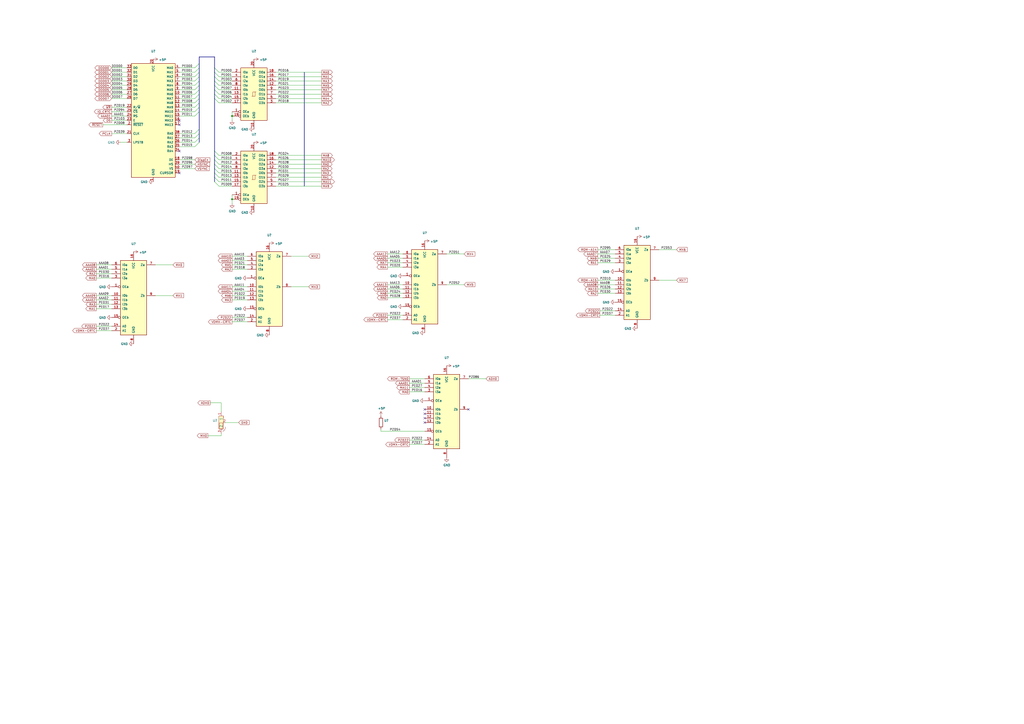
<source format=kicad_sch>
(kicad_sch (version 20220820) (generator eeschema)
  (paper "A2")
  (title_block (title "05 CRTC"))
  (lib_symbols
    (symbol "74xx:74LS244" (pin_names (offset 1.016))
      (property "Reference" "U" (at -7.62 16.51 0))
      (property "Value" "74LS244" (at -7.62 -16.51 0))
      (symbol "74LS244_1_0"
        (polyline (pts (xy -0.635 -1.27) (xy -0.635 1.27) (xy 0.635 1.27)))
        (polyline (pts (xy -1.27 -1.27) (xy 0.635 -1.27) (xy 0.635 1.27) (xy 1.27 1.27)))
        (pin input inverted (at -12.7 -10.16 0) (length 5.08) (name "OEa") (number "1"))
        (pin power_in line (at 0 -20.32 90) (length 5.08) (name "GND") (number "10"))
        (pin input line (at -12.7 2.54 0) (length 5.08) (name "I0b") (number "11"))
        (pin tri_state line (at 12.7 5.08 180) (length 5.08) (name "O3a") (number "12"))
        (pin input line (at -12.7 0 0) (length 5.08) (name "I1b") (number "13"))
        (pin tri_state line (at 12.7 7.62 180) (length 5.08) (name "O2a") (number "14"))
        (pin input line (at -12.7 -2.54 0) (length 5.08) (name "I2b") (number "15"))
        (pin tri_state line (at 12.7 10.16 180) (length 5.08) (name "O1a") (number "16"))
        (pin input line (at -12.7 -5.08 0) (length 5.08) (name "I3b") (number "17"))
        (pin tri_state line (at 12.7 12.7 180) (length 5.08) (name "O0a") (number "18"))
        (pin input inverted (at -12.7 -12.7 0) (length 5.08) (name "OEb") (number "19"))
        (pin input line (at -12.7 12.7 0) (length 5.08) (name "I0a") (number "2"))
        (pin power_in line (at 0 20.32 270) (length 5.08) (name "VCC") (number "20"))
        (pin tri_state line (at 12.7 -5.08 180) (length 5.08) (name "O3b") (number "3"))
        (pin input line (at -12.7 10.16 0) (length 5.08) (name "I1a") (number "4"))
        (pin tri_state line (at 12.7 -2.54 180) (length 5.08) (name "O2b") (number "5"))
        (pin input line (at -12.7 7.62 0) (length 5.08) (name "I2a") (number "6"))
        (pin tri_state line (at 12.7 0 180) (length 5.08) (name "O1b") (number "7"))
        (pin input line (at -12.7 5.08 0) (length 5.08) (name "I3a") (number "8"))
        (pin tri_state line (at 12.7 2.54 180) (length 5.08) (name "O0b") (number "9"))
      )
      (symbol "74LS244_1_1"
        (rectangle (start -7.62 15.24) (end 7.62 -15.24) (stroke (width 0.254)) (fill (type background)))
      )
    )
    (symbol "74xx:74LS253" (pin_names (offset 1.016))
      (property "Reference" "U" (at -7.62 21.59 0))
      (property "Value" "74LS253" (at -7.62 -24.13 0))
      (symbol "74LS253_1_0"
        (pin input inverted (at -12.7 5.08 0) (length 5.08) (name "OEa") (number "1"))
        (pin input line (at -12.7 0 0) (length 5.08) (name "I0b") (number "10"))
        (pin input line (at -12.7 -2.54 0) (length 5.08) (name "I1b") (number "11"))
        (pin input line (at -12.7 -5.08 0) (length 5.08) (name "I2b") (number "12"))
        (pin input line (at -12.7 -7.62 0) (length 5.08) (name "I3b") (number "13"))
        (pin input line (at -12.7 -17.78 0) (length 5.08) (name "A0") (number "14"))
        (pin input inverted (at -12.7 -12.7 0) (length 5.08) (name "OEb") (number "15"))
        (pin power_in line (at 0 25.4 270) (length 5.08) (name "VCC") (number "16"))
        (pin input line (at -12.7 -20.32 0) (length 5.08) (name "A1") (number "2"))
        (pin input line (at -12.7 10.16 0) (length 5.08) (name "I3a") (number "3"))
        (pin input line (at -12.7 12.7 0) (length 5.08) (name "I2a") (number "4"))
        (pin input line (at -12.7 15.24 0) (length 5.08) (name "I1a") (number "5"))
        (pin input line (at -12.7 17.78 0) (length 5.08) (name "I0a") (number "6"))
        (pin tri_state line (at 12.7 17.78 180) (length 5.08) (name "Za") (number "7"))
        (pin power_in line (at 0 -27.94 90) (length 5.08) (name "GND") (number "8"))
        (pin tri_state line (at 12.7 0 180) (length 5.08) (name "Zb") (number "9"))
      )
      (symbol "74LS253_1_1"
        (rectangle (start -7.62 20.32) (end 7.62 -22.86) (stroke (width 0.254)) (fill (type background)))
      )
    )
    (symbol "Device:R" (pin_numbers hide) (pin_names (offset 0))
      (property "Reference" "R" (at 2.032 0 90))
      (property "Value" "R" (at 0 0 90))
      (symbol "R_0_1"
        (rectangle (start -1.016 -2.54) (end 1.016 2.54) (stroke (width 0.254)))
      )
      (symbol "R_1_1"
        (pin passive line (at 0 3.81 270) (length 1.27) (name "~") (number "1"))
        (pin passive line (at 0 -3.81 90) (length 1.27) (name "~") (number "2"))
      )
    )
    (symbol "GPU:MC6845" (pin_names (offset 1.016))
      (property "Reference" "U" (at -10.16 34.29 0))
      (property "Value" "MC6845" (at 12.7 34.29 0))
      (symbol "MC6845_0_1"
        (rectangle (start -12.7 -33.02) (end 12.7 33.02) (stroke (width 0.254)) (fill (type background)))
      )
      (symbol "MC6845_1_1"
        (pin power_in line (at 0 -35.56 90) (length 2.54) (name "GND") (number "1"))
        (pin output line (at 15.24 15.24 180) (length 2.54) (name "MA6") (number "10"))
        (pin output line (at 15.24 12.7 180) (length 2.54) (name "MA7") (number "11"))
        (pin output line (at 15.24 10.16 180) (length 2.54) (name "MA8") (number "12"))
        (pin output line (at 15.24 7.62 180) (length 2.54) (name "MA9") (number "13"))
        (pin output line (at 15.24 5.08 180) (length 2.54) (name "MA10") (number "14"))
        (pin output line (at 15.24 2.54 180) (length 2.54) (name "MA11") (number "15"))
        (pin output line (at 15.24 0 180) (length 2.54) (name "MA12") (number "16"))
        (pin output line (at 15.24 -2.54 180) (length 2.54) (name "MA13") (number "17"))
        (pin output line (at 15.24 -22.86 180) (length 2.54) (name "DE") (number "18"))
        (pin output line (at 15.24 -30.48 180) (length 2.54) (name "CURSOR") (number "19"))
        (pin input line (at -15.24 -2.54 0) (length 2.54) (name "~{RESET}") (number "2"))
        (pin power_in line (at 0 35.56 270) (length 2.54) (name "VCC") (number "20"))
        (pin input line (at -15.24 -7.62 0) (length 2.54) (name "CLK") (number "21"))
        (pin input line (at -15.24 7.62 0) (length 2.54) (name "R/~{W}") (number "22"))
        (pin input line (at -15.24 0 0) (length 2.54) (name "E") (number "23"))
        (pin input line (at -15.24 2.54 0) (length 2.54) (name "RS") (number "24"))
        (pin input line (at -15.24 5.08 0) (length 2.54) (name "~{CS}") (number "25"))
        (pin bidirectional line (at -15.24 12.7 0) (length 2.54) (name "D7") (number "26"))
        (pin bidirectional line (at -15.24 15.24 0) (length 2.54) (name "D6") (number "27"))
        (pin bidirectional line (at -15.24 17.78 0) (length 2.54) (name "D5") (number "28"))
        (pin bidirectional line (at -15.24 20.32 0) (length 2.54) (name "D4") (number "29"))
        (pin input line (at -15.24 -12.7 0) (length 2.54) (name "LPSTB") (number "3"))
        (pin bidirectional line (at -15.24 22.86 0) (length 2.54) (name "D3") (number "30"))
        (pin bidirectional line (at -15.24 25.4 0) (length 2.54) (name "D2") (number "31"))
        (pin bidirectional line (at -15.24 27.94 0) (length 2.54) (name "D1") (number "32"))
        (pin bidirectional line (at -15.24 30.48 0) (length 2.54) (name "D0") (number "33"))
        (pin output line (at 15.24 -17.78 180) (length 2.54) (name "RA4") (number "34"))
        (pin output line (at 15.24 -15.24 180) (length 2.54) (name "RA3") (number "35"))
        (pin output line (at 15.24 -12.7 180) (length 2.54) (name "RA2") (number "36"))
        (pin output line (at 15.24 -10.16 180) (length 2.54) (name "RA1") (number "37"))
        (pin output line (at 15.24 -7.62 180) (length 2.54) (name "RA0") (number "38"))
        (pin output line (at 15.24 -25.4 180) (length 2.54) (name "HS") (number "39"))
        (pin output line (at 15.24 30.48 180) (length 2.54) (name "MA0") (number "4"))
        (pin output line (at 15.24 -27.94 180) (length 2.54) (name "VS") (number "40"))
        (pin output line (at 15.24 27.94 180) (length 2.54) (name "MA1") (number "5"))
        (pin output line (at 15.24 25.4 180) (length 2.54) (name "MA2") (number "6"))
        (pin output line (at 15.24 22.86 180) (length 2.54) (name "MA3") (number "7"))
        (pin output line (at 15.24 20.32 180) (length 2.54) (name "MA4") (number "8"))
        (pin output line (at 15.24 17.78 180) (length 2.54) (name "MA5") (number "9"))
      )
    )
    (symbol "LOET.DE:M20-Jumper.2" (pin_names (offset 1.016))
      (property "Reference" "JP" (at 0 2.54 0))
      (symbol "M20-Jumper.2_0_1"
        (arc (start -5.08 -1.016) (mid -4.0399 -2.1108) (end -2.54 -2.286))
        (rectangle (start -0.254 -1.016) (end -3.556 1.016))
        (rectangle (start 3.81 -1.27) (end 2.54 -1.27))
        (rectangle (start 3.81 1.27) (end -3.81 -1.27) (fill (type background)))
      )
      (symbol "M20-Jumper.2_1_1"
        (pin input line (at 6.35 0 180) (length 2.54) (name "1") (number "1"))
        (pin output line (at 0 -2.54 90) (length 1.1938) (name "~") (number "2"))
        (pin input line (at -6.35 0 0) (length 2.54) (name "2") (number "3"))
      )
    )
    (symbol "power:+5P" (power) (pin_names (offset 0))
      (property "Value" "+5P" (at 0 3.556 0))
      (symbol "+5P_0_1"
        (polyline (pts (xy -0.762 1.27) (xy 0 2.54)))
        (polyline (pts (xy 0 0) (xy 0 2.54)))
        (polyline (pts (xy 0 2.54) (xy 0.762 1.27)))
      )
      (symbol "+5P_1_1"
        (pin power_in line (at 0 0 90) (length 0) hide (name "+5P") (number "1"))
      )
    )
    (symbol "power:GND" (power) (pin_names (offset 0))
      (property "Value" "GND" (at 0 -3.81 0))
      (symbol "GND_0_1"
        (polyline (pts (xy 0 0) (xy 0 -1.27) (xy 1.27 -1.27) (xy 0 -2.54) (xy -1.27 -1.27) (xy 0 -1.27)))
      )
      (symbol "GND_1_1"
        (pin power_in line (at 0 0 270) (length 0) hide (name "GND") (number "1"))
      )
    )
  )
  (junction (at 134.62 67.31))
  (junction (at 134.62 115.57))
  (no_connect (at 246.38 240.03))
  (no_connect (at 104.14 69.85))
  (no_connect (at 104.14 72.39))
  (no_connect (at 104.14 100.33))
  (no_connect (at 246.38 242.57))
  (no_connect (at 271.78 237.49))
  (no_connect (at 246.38 237.49))
  (no_connect (at 104.14 87.63))
  (no_connect (at 855.98 302.26))
  (no_connect (at 246.38 245.11))
  (bus_entry (at 113.03 67.31) (size 2.54 -2.54))
  (bus_entry (at 124.46 100.33) (size 2.54 2.54))
  (bus_entry (at 113.03 49.53) (size 2.54 -2.54))
  (bus_entry (at 113.03 39.37) (size 2.54 -2.54))
  (bus_entry (at 124.46 57.15) (size 2.54 2.54))
  (bus_entry (at 124.46 49.53) (size 2.54 2.54))
  (bus_entry (at 124.46 54.61) (size 2.54 2.54))
  (bus_entry (at 113.03 77.47) (size 2.54 -2.54))
  (bus_entry (at 113.03 62.23) (size 2.54 -2.54))
  (bus_entry (at 113.03 80.01) (size 2.54 -2.54))
  (bus_entry (at 124.46 92.71) (size 2.54 2.54))
  (bus_entry (at 113.03 46.99) (size 2.54 -2.54))
  (bus_entry (at 113.03 54.61) (size 2.54 -2.54))
  (bus_entry (at 113.03 44.45) (size 2.54 -2.54))
  (bus_entry (at 113.03 59.69) (size 2.54 -2.54))
  (bus_entry (at 113.03 85.09) (size 2.54 -2.54))
  (bus_entry (at 124.46 46.99) (size 2.54 2.54))
  (bus_entry (at 124.46 41.91) (size 2.54 2.54))
  (bus_entry (at 124.46 95.25) (size 2.54 2.54))
  (bus_entry (at 124.46 52.07) (size 2.54 2.54))
  (bus_entry (at 113.03 64.77) (size 2.54 -2.54))
  (bus_entry (at 113.03 57.15) (size 2.54 -2.54))
  (bus_entry (at 124.46 90.17) (size 2.54 2.54))
  (bus_entry (at 124.46 102.87) (size 2.54 2.54))
  (bus_entry (at 113.03 41.91) (size 2.54 -2.54))
  (bus_entry (at 124.46 97.79) (size 2.54 2.54))
  (bus_entry (at 124.46 39.37) (size 2.54 2.54))
  (bus_entry (at 124.46 87.63) (size 2.54 2.54))
  (bus_entry (at 124.46 105.41) (size 2.54 2.54))
  (bus_entry (at 113.03 52.07) (size 2.54 -2.54))
  (bus_entry (at 113.03 82.55) (size 2.54 -2.54))
  (bus_entry (at 124.46 44.45) (size 2.54 2.54))
  (wire (pts (xy 346.71 162.56) (xy 356.87 162.56)))
  (wire (pts (xy 104.14 44.45) (xy 113.03 44.45)))
  (wire (pts (xy 104.14 49.53) (xy 113.03 49.53)))
  (wire (pts (xy 224.79 154.94) (xy 233.68 154.94)))
  (wire (pts (xy 127 107.95) (xy 134.62 107.95)))
  (wire (pts (xy 127 102.87) (xy 134.62 102.87)))
  (wire (pts (xy 127 41.91) (xy 134.62 41.91)))
  (wire (pts (xy 160.02 90.17) (xy 186.69 90.17)))
  (bus (pts (xy 124.46 33.02) (xy 115.57 33.02)))
  (wire (pts (xy 104.14 95.25) (xy 113.03 95.25)))
  (bus (pts (xy 115.57 77.47) (xy 115.57 80.01)))
  (bus (pts (xy 124.46 39.37) (xy 124.46 41.91)))
  (wire (pts (xy 346.71 167.64) (xy 356.87 167.64)))
  (wire (pts (xy 160.02 57.15) (xy 186.69 57.15)))
  (bus (pts (xy 124.46 52.07) (xy 124.46 54.61)))
  (wire (pts (xy 224.79 172.72) (xy 233.68 172.72)))
  (bus (pts (xy 115.57 59.69) (xy 115.57 62.23)))
  (wire (pts (xy 55.88 191.77) (xy 64.77 191.77)))
  (bus (pts (xy 115.57 33.02) (xy 115.57 36.83)))
  (wire (pts (xy 121.92 233.68) (xy 128.27 233.68)))
  (wire (pts (xy 104.14 39.37) (xy 113.03 39.37)))
  (bus (pts (xy 115.57 44.45) (xy 115.57 46.99)))
  (wire (pts (xy 134.62 156.21) (xy 143.51 156.21)))
  (wire (pts (xy 104.14 54.61) (xy 113.03 54.61)))
  (wire (pts (xy 160.02 97.79) (xy 186.69 97.79)))
  (wire (pts (xy 346.71 144.78) (xy 356.87 144.78)))
  (wire (pts (xy 382.27 144.78) (xy 392.43 144.78)))
  (wire (pts (xy 127 92.71) (xy 134.62 92.71)))
  (wire (pts (xy 64.77 77.47) (xy 73.66 77.47)))
  (wire (pts (xy 59.69 72.39) (xy 73.66 72.39)))
  (wire (pts (xy 127 57.15) (xy 134.62 57.15)))
  (wire (pts (xy 168.91 148.59) (xy 179.07 148.59)))
  (wire (pts (xy 127 49.53) (xy 134.62 49.53)))
  (wire (pts (xy 134.62 67.31) (xy 134.62 69.85)))
  (wire (pts (xy 55.88 153.67) (xy 64.77 153.67)))
  (wire (pts (xy 127 95.25) (xy 134.62 95.25)))
  (bus (pts (xy 124.46 33.02) (xy 124.46 39.37)))
  (wire (pts (xy 346.71 170.18) (xy 356.87 170.18)))
  (wire (pts (xy 134.62 168.91) (xy 143.51 168.91)))
  (wire (pts (xy 127 59.69) (xy 134.62 59.69)))
  (wire (pts (xy 237.49 227.33) (xy 246.38 227.33)))
  (wire (pts (xy 90.17 153.67) (xy 100.33 153.67)))
  (wire (pts (xy 134.62 166.37) (xy 143.51 166.37)))
  (wire (pts (xy 64.77 62.23) (xy 73.66 62.23)))
  (wire (pts (xy 127 97.79) (xy 134.62 97.79)))
  (wire (pts (xy 104.14 82.55) (xy 113.03 82.55)))
  (bus (pts (xy 124.46 95.25) (xy 124.46 97.79)))
  (wire (pts (xy 271.78 219.71) (xy 281.94 219.71)))
  (wire (pts (xy 55.88 161.29) (xy 64.77 161.29)))
  (wire (pts (xy 127 54.61) (xy 134.62 54.61)))
  (wire (pts (xy 160.02 44.45) (xy 186.69 44.45)))
  (wire (pts (xy 220.98 250.19) (xy 246.38 250.19)))
  (bus (pts (xy 115.57 52.07) (xy 115.57 54.61)))
  (bus (pts (xy 124.46 44.45) (xy 124.46 46.99)))
  (wire (pts (xy 127 105.41) (xy 134.62 105.41)))
  (wire (pts (xy 127 44.45) (xy 134.62 44.45)))
  (wire (pts (xy 104.14 62.23) (xy 113.03 62.23)))
  (wire (pts (xy 69.85 82.55) (xy 73.66 82.55)))
  (wire (pts (xy 134.62 153.67) (xy 143.51 153.67)))
  (wire (pts (xy 160.02 100.33) (xy 186.69 100.33)))
  (bus (pts (xy 124.46 49.53) (xy 124.46 52.07)))
  (wire (pts (xy 224.79 149.86) (xy 233.68 149.86)))
  (wire (pts (xy 128.27 251.46) (xy 128.27 252.73)))
  (bus (pts (xy 115.57 64.77) (xy 115.57 74.93)))
  (bus (pts (xy 124.46 46.99) (xy 124.46 49.53)))
  (wire (pts (xy 64.77 67.31) (xy 73.66 67.31)))
  (wire (pts (xy 160.02 59.69) (xy 186.69 59.69)))
  (bus (pts (xy 115.57 80.01) (xy 115.57 82.55)))
  (wire (pts (xy 224.79 167.64) (xy 233.68 167.64)))
  (wire (pts (xy 134.62 113.03) (xy 134.62 115.57)))
  (wire (pts (xy 127 100.33) (xy 134.62 100.33)))
  (wire (pts (xy 127 90.17) (xy 134.62 90.17)))
  (wire (pts (xy 224.79 185.42) (xy 233.68 185.42)))
  (wire (pts (xy 237.49 255.27) (xy 246.38 255.27)))
  (wire (pts (xy 128.27 252.73) (xy 120.65 252.73)))
  (wire (pts (xy 160.02 49.53) (xy 186.69 49.53)))
  (wire (pts (xy 237.49 222.25) (xy 246.38 222.25)))
  (wire (pts (xy 134.62 151.13) (xy 143.51 151.13)))
  (wire (pts (xy 55.88 179.07) (xy 64.77 179.07)))
  (wire (pts (xy 237.49 257.81) (xy 246.38 257.81)))
  (bus (pts (xy 115.57 62.23) (xy 115.57 64.77)))
  (wire (pts (xy 64.77 69.85) (xy 73.66 69.85)))
  (bus (pts (xy 115.57 74.93) (xy 115.57 77.47)))
  (wire (pts (xy 382.27 162.56) (xy 392.43 162.56)))
  (bus (pts (xy 124.46 97.79) (xy 124.46 100.33)))
  (bus (pts (xy 124.46 41.91) (xy 124.46 44.45)))
  (bus (pts (xy 115.57 57.15) (xy 115.57 59.69)))
  (wire (pts (xy 160.02 41.91) (xy 186.69 41.91)))
  (wire (pts (xy 224.79 182.88) (xy 233.68 182.88)))
  (wire (pts (xy 134.62 148.59) (xy 143.51 148.59)))
  (bus (pts (xy 115.57 36.83) (xy 115.57 39.37)))
  (wire (pts (xy 104.14 59.69) (xy 113.03 59.69)))
  (wire (pts (xy 104.14 85.09) (xy 113.03 85.09)))
  (wire (pts (xy 64.77 46.99) (xy 73.66 46.99)))
  (bus (pts (xy 124.46 87.63) (xy 124.46 90.17)))
  (wire (pts (xy 127 46.99) (xy 134.62 46.99)))
  (wire (pts (xy 104.14 64.77) (xy 113.03 64.77)))
  (wire (pts (xy 346.71 152.4) (xy 356.87 152.4)))
  (wire (pts (xy 346.71 165.1) (xy 356.87 165.1)))
  (bus (pts (xy 124.46 102.87) (xy 124.46 105.41)))
  (wire (pts (xy 55.88 156.21) (xy 64.77 156.21)))
  (wire (pts (xy 64.77 44.45) (xy 73.66 44.45)))
  (wire (pts (xy 237.49 224.79) (xy 246.38 224.79)))
  (wire (pts (xy 64.77 41.91) (xy 73.66 41.91)))
  (wire (pts (xy 347.98 182.88) (xy 356.87 182.88)))
  (wire (pts (xy 64.77 52.07) (xy 73.66 52.07)))
  (bus (pts (xy 176.53 41.91) (xy 176.53 107.95)))
  (wire (pts (xy 104.14 80.01) (xy 113.03 80.01)))
  (bus (pts (xy 124.46 54.61) (xy 124.46 57.15)))
  (wire (pts (xy 127 52.07) (xy 134.62 52.07)))
  (wire (pts (xy 134.62 115.57) (xy 134.62 118.11)))
  (wire (pts (xy 224.79 152.4) (xy 233.68 152.4)))
  (wire (pts (xy 160.02 102.87) (xy 186.69 102.87)))
  (wire (pts (xy 90.17 171.45) (xy 100.33 171.45)))
  (bus (pts (xy 115.57 46.99) (xy 115.57 49.53)))
  (wire (pts (xy 55.88 173.99) (xy 64.77 173.99)))
  (bus (pts (xy 115.57 54.61) (xy 115.57 57.15)))
  (wire (pts (xy 134.62 184.15) (xy 143.51 184.15)))
  (bus (pts (xy 115.57 39.37) (xy 115.57 41.91)))
  (wire (pts (xy 160.02 107.95) (xy 186.69 107.95)))
  (wire (pts (xy 55.88 189.23) (xy 64.77 189.23)))
  (wire (pts (xy 220.98 248.92) (xy 220.98 250.19)))
  (wire (pts (xy 104.14 46.99) (xy 113.03 46.99)))
  (wire (pts (xy 237.49 219.71) (xy 246.38 219.71)))
  (wire (pts (xy 55.88 158.75) (xy 64.77 158.75)))
  (wire (pts (xy 64.77 64.77) (xy 73.66 64.77)))
  (bus (pts (xy 115.57 41.91) (xy 115.57 44.45)))
  (wire (pts (xy 104.14 67.31) (xy 113.03 67.31)))
  (wire (pts (xy 128.27 238.76) (xy 128.27 233.68)))
  (bus (pts (xy 124.46 90.17) (xy 124.46 92.71)))
  (wire (pts (xy 138.43 245.11) (xy 130.81 245.11)))
  (wire (pts (xy 168.91 166.37) (xy 179.07 166.37)))
  (wire (pts (xy 64.77 49.53) (xy 73.66 49.53)))
  (wire (pts (xy 134.62 186.69) (xy 143.51 186.69)))
  (wire (pts (xy 224.79 147.32) (xy 233.68 147.32)))
  (wire (pts (xy 55.88 176.53) (xy 64.77 176.53)))
  (wire (pts (xy 347.98 180.34) (xy 356.87 180.34)))
  (bus (pts (xy 124.46 57.15) (xy 124.46 87.63)))
  (wire (pts (xy 104.14 97.79) (xy 113.03 97.79)))
  (bus (pts (xy 115.57 49.53) (xy 115.57 52.07)))
  (wire (pts (xy 104.14 57.15) (xy 113.03 57.15)))
  (wire (pts (xy 160.02 92.71) (xy 186.69 92.71)))
  (wire (pts (xy 134.62 64.77) (xy 134.62 67.31)))
  (wire (pts (xy 160.02 54.61) (xy 186.69 54.61)))
  (wire (pts (xy 64.77 57.15) (xy 73.66 57.15)))
  (wire (pts (xy 224.79 170.18) (xy 233.68 170.18)))
  (wire (pts (xy 64.77 54.61) (xy 73.66 54.61)))
  (wire (pts (xy 134.62 171.45) (xy 143.51 171.45)))
  (wire (pts (xy 259.08 147.32) (xy 269.24 147.32)))
  (wire (pts (xy 104.14 52.07) (xy 113.03 52.07)))
  (wire (pts (xy 160.02 52.07) (xy 186.69 52.07)))
  (wire (pts (xy 224.79 165.1) (xy 233.68 165.1)))
  (wire (pts (xy 160.02 46.99) (xy 186.69 46.99)))
  (bus (pts (xy 124.46 100.33) (xy 124.46 102.87)))
  (wire (pts (xy 160.02 105.41) (xy 186.69 105.41)))
  (wire (pts (xy 64.77 39.37) (xy 73.66 39.37)))
  (wire (pts (xy 104.14 92.71) (xy 113.03 92.71)))
  (wire (pts (xy 55.88 171.45) (xy 64.77 171.45)))
  (wire (pts (xy 134.62 173.99) (xy 143.51 173.99)))
  (wire (pts (xy 346.71 149.86) (xy 356.87 149.86)))
  (bus (pts (xy 124.46 92.71) (xy 124.46 95.25)))
  (wire (pts (xy 259.08 165.1) (xy 269.24 165.1)))
  (wire (pts (xy 104.14 77.47) (xy 113.03 77.47)))
  (wire (pts (xy 104.14 41.91) (xy 113.03 41.91)))
  (wire (pts (xy 346.71 147.32) (xy 356.87 147.32)))
  (wire (pts (xy 160.02 95.25) (xy 186.69 95.25)))
  (label "AAA05" (at 226.06 149.86 0))
  (label "PE005" (at 128.27 49.53 0))
  (label "PE011" (at 128.27 105.41 0))
  (label "AAA13" (at 226.06 165.1 0))
  (label "PZ097" (at 105.41 97.79 0))
  (label "PE026" (at 161.29 92.71 0))
  (label "PZ022" (at 349.25 180.34 0))
  (label "PE027" (at 238.76 224.79 0))
  (label "PE017" (at 161.29 44.45 0))
  (label "PE002" (at 105.41 44.45 0))
  (label "PE018" (at 161.29 59.69 0))
  (label "PE031" (at 161.29 100.33 0))
  (label "PZ037" (at 349.25 182.88 0))
  (label "AAA01" (at 57.15 156.21 0))
  (label "PE000" (at 105.41 39.37 0))
  (label "DDD06" (at 71.12 54.61 180))
  (label "PZ037" (at 135.89 186.69 0))
  (label "PE021" (at 161.29 49.53 0))
  (label "PZ022" (at 226.06 182.88 0))
  (label "PE001" (at 105.41 41.91 0))
  (label "PZ022" (at 238.76 255.27 0))
  (label "PE018" (at 135.89 156.21 0))
  (label "PE013" (at 128.27 102.87 0))
  (label "PE022" (at 161.29 54.61 0))
  (label "PE010" (at 128.27 92.71 0))
  (label "PE006" (at 128.27 54.61 0))
  (label "PE004" (at 128.27 57.15 0))
  (label "PE030" (at 57.15 158.75 0))
  (label "PZ039" (at 66.04 77.47 0))
  (label "DDD01" (at 71.12 41.91 180))
  (label "PE025" (at 161.29 107.95 0))
  (label "PE012" (at 105.41 77.47 0))
  (label "PE019" (at 135.89 173.99 0))
  (label "AAA02" (at 57.15 173.99 0))
  (label "PE009" (at 128.27 107.95 0))
  (label "PE006" (at 105.41 54.61 0))
  (label "PZ103" (at 66.04 69.85 0))
  (label "PE027" (at 161.29 105.41 0))
  (label "PE022" (at 135.89 171.45 0))
  (label "PZ054" (at 226.06 250.19 0))
  (label "PE029" (at 347.98 152.4 0))
  (label "AAA07" (at 347.98 147.32 0))
  (label "PE021" (at 135.89 153.67 0))
  (label "PE016" (at 161.29 41.91 0))
  (label "PE030" (at 347.98 170.18 0))
  (label "PZ052" (at 260.35 165.1 0))
  (label "PE007" (at 128.27 52.07 0))
  (label "PE017" (at 57.15 179.07 0))
  (label "PZ022" (at 135.89 184.15 0))
  (label "PE015" (at 128.27 100.33 0))
  (label "PE024" (at 161.29 90.17 0))
  (label "PE031" (at 57.15 176.53 0))
  (label "PZ094" (at 66.04 64.77 0))
  (label "PE020" (at 161.29 57.15 0))
  (label "PE007" (at 105.41 57.15 0))
  (label "PZ095" (at 347.98 144.78 0))
  (label "PE003" (at 128.27 46.99 0))
  (label "DDD03" (at 71.12 46.99 180))
  (label "PE019" (at 161.29 46.99 0))
  (label "AAA01" (at 66.04 67.31 0))
  (label "PE001" (at 128.27 44.45 0))
  (label "PE011" (at 105.41 67.31 0))
  (label "PE020" (at 226.06 154.94 0))
  (label "PE024" (at 226.06 170.18 0))
  (label "AAA10" (at 135.89 148.59 0))
  (label "PE014" (at 105.41 82.55 0))
  (label "DDD07" (at 71.12 57.15 180))
  (label "PZ086" (at 271.78 219.71 0))
  (label "PE025" (at 347.98 149.86 0))
  (label "PE030" (at 161.29 97.79 0))
  (label "PE012" (at 128.27 95.25 0))
  (label "PE026" (at 347.98 167.64 0))
  (label "PZ037" (at 57.15 191.77 0))
  (label "PE013" (at 105.41 80.01 0))
  (label "PZ037" (at 238.76 257.81 0))
  (label "PE008" (at 128.27 90.17 0))
  (label "DDD02" (at 71.12 44.45 180))
  (label "PZ022" (at 57.15 189.23 0))
  (label "AAA12" (at 226.06 147.32 0))
  (label "AAA06" (at 226.06 167.64 0))
  (label "PE000" (at 128.27 41.91 0))
  (label "PE004" (at 105.41 49.53 0))
  (label "PE003" (at 105.41 46.99 0))
  (label "AAA04" (at 135.89 168.91 0))
  (label "PE023" (at 161.29 52.07 0))
  (label "PE029" (at 161.29 102.87 0))
  (label "AAA08" (at 347.98 165.1 0))
  (label "PZ051" (at 260.35 147.32 0))
  (label "PE016" (at 238.76 227.33 0))
  (label "PE005" (at 105.41 52.07 0))
  (label "AAA01" (at 238.76 222.25 0))
  (label "PE028" (at 226.06 172.72 0))
  (label "PE002" (at 128.27 59.69 0))
  (label "PZ096" (at 105.41 95.25 0))
  (label "PZ053" (at 383.54 144.78 0))
  (label "AAA03" (at 135.89 151.13 0))
  (label "PE015" (at 105.41 85.09 0))
  (label "DDD04" (at 71.12 49.53 180))
  (label "PE010" (at 105.41 64.77 0))
  (label "PE009" (at 105.41 62.23 0))
  (label "PE028" (at 161.29 95.25 0))
  (label "PZ008" (at 66.04 72.39 0))
  (label "DDD00" (at 71.12 39.37 180))
  (label "PZ037" (at 226.06 185.42 0))
  (label "PE008" (at 105.41 59.69 0))
  (label "PE014" (at 128.27 97.79 0))
  (label "PZ098" (at 105.41 92.71 0))
  (label "PE023" (at 226.06 152.4 0))
  (label "AAA08" (at 57.15 153.67 0))
  (label "DDD05" (at 71.12 52.07 180))
  (label "PZ019" (at 66.04 62.23 0))
  (label "AAA09" (at 57.15 171.45 0))
  (label "AAA11" (at 135.89 166.37 0))
  (label "PE016" (at 57.15 161.29 0))
  (label "PZ010" (at 347.98 162.56 0))
  (global_label "MA2" (shape output) (at 134.62 156.21 180) (property "Intersheetrefs" "${INTERSHEET_REFS}" (at 0 0 0)))
  (global_label "DDD02" (shape bidirectional) (at 64.77 44.45 180) (property "Intersheetrefs" "${INTERSHEET_REFS}" (at 0 0 0)))
  (global_label "AAA03" (shape output) (at 134.62 151.13 180) (property "Intersheetrefs" "${INTERSHEET_REFS}" (at 0 0 0)))
  (global_label "AAA10" (shape output) (at 134.62 148.59 180) (property "Intersheetrefs" "${INTERSHEET_REFS}" (at 0 0 0)))
  (global_label "MX4" (shape input) (at 269.24 147.32 0) (property "Intersheetrefs" "${INTERSHEET_REFS}" (at 0 0 0)))
  (global_label "DX0" (shape input) (at 138.43 245.11 0) (property "Intersheetrefs" "${INTERSHEET_REFS}" (at 0 0 0)))
  (global_label "AAA11" (shape output) (at 134.62 166.37 180) (property "Intersheetrefs" "${INTERSHEET_REFS}" (at 0 0 0)))
  (global_label "AAA02" (shape output) (at 55.88 173.99 180) (property "Intersheetrefs" "${INTERSHEET_REFS}" (at 0 0 0)))
  (global_label "ROM-TSN0" (shape output) (at 237.49 219.71 180) (property "Intersheetrefs" "${INTERSHEET_REFS}" (at 0 0 0)))
  (global_label "PZ022" (shape output) (at 55.88 189.23 180) (property "Intersheetrefs" "${INTERSHEET_REFS}" (at 0 0 0)))
  (global_label "RA1" (shape output) (at 186.69 102.87 0) (property "Intersheetrefs" "${INTERSHEET_REFS}" (at 0 0 0)))
  (global_label "MA5" (shape output) (at 186.69 49.53 0) (property "Intersheetrefs" "${INTERSHEET_REFS}" (at 0 0 0)))
  (global_label "DDD00" (shape bidirectional) (at 64.77 39.37 180) (property "Intersheetrefs" "${INTERSHEET_REFS}" (at 0 0 0)))
  (global_label "AAA06" (shape output) (at 224.79 167.64 180) (property "Intersheetrefs" "${INTERSHEET_REFS}" (at 0 0 0)))
  (global_label "MA4" (shape output) (at 186.69 57.15 0) (property "Intersheetrefs" "${INTERSHEET_REFS}" (at 0 0 0)))
  (global_label "RA0" (shape output) (at 224.79 172.72 180) (property "Intersheetrefs" "${INTERSHEET_REFS}" (at 0 0 0)))
  (global_label "MA4" (shape output) (at 224.79 154.94 180) (property "Intersheetrefs" "${INTERSHEET_REFS}" (at 0 0 0)))
  (global_label "DDD03" (shape bidirectional) (at 64.77 46.99 180) (property "Intersheetrefs" "${INTERSHEET_REFS}" (at 0 0 0)))
  (global_label "MA6" (shape output) (at 134.62 171.45 180) (property "Intersheetrefs" "${INTERSHEET_REFS}" (at 0 0 0)))
  (global_label "MA10" (shape output) (at 186.69 92.71 0) (property "Intersheetrefs" "${INTERSHEET_REFS}" (at 0 0 0)))
  (global_label "MA11" (shape output) (at 237.49 224.79 180) (property "Intersheetrefs" "${INTERSHEET_REFS}" (at 0 0 0)))
  (global_label "MA3" (shape output) (at 134.62 173.99 180) (property "Intersheetrefs" "${INTERSHEET_REFS}" (at 0 0 0)))
  (global_label "MA0" (shape output) (at 55.88 161.29 180) (property "Intersheetrefs" "${INTERSHEET_REFS}" (at 0 0 0)))
  (global_label "RA2" (shape output) (at 55.88 158.75 180) (property "Intersheetrefs" "${INTERSHEET_REFS}" (at 0 0 0)))
  (global_label "MA0" (shape output) (at 186.69 41.91 0) (property "Intersheetrefs" "${INTERSHEET_REFS}" (at 0 0 0)))
  (global_label "~{WR}" (shape output) (at 64.77 62.23 180) (property "Intersheetrefs" "${INTERSHEET_REFS}" (at 0 0 0)))
  (global_label "MX0" (shape input) (at 100.33 153.67 0) (property "Intersheetrefs" "${INTERSHEET_REFS}" (at 0 0 0)))
  (global_label "MA1" (shape output) (at 186.69 44.45 0) (property "Intersheetrefs" "${INTERSHEET_REFS}" (at 0 0 0)))
  (global_label "RA3" (shape output) (at 55.88 176.53 180) (property "Intersheetrefs" "${INTERSHEET_REFS}" (at 0 0 0)))
  (global_label "PZ022" (shape output) (at 237.49 255.27 180) (property "Intersheetrefs" "${INTERSHEET_REFS}" (at 0 0 0)))
  (global_label "MX7" (shape input) (at 392.43 162.56 0) (property "Intersheetrefs" "${INTERSHEET_REFS}" (at 0 0 0)))
  (global_label "AAA01" (shape output) (at 64.77 67.31 180) (property "Intersheetrefs" "${INTERSHEET_REFS}" (at 0 0 0)))
  (global_label "MX5" (shape input) (at 269.24 165.1 0) (property "Intersheetrefs" "${INTERSHEET_REFS}" (at 0 0 0)))
  (global_label "AAA08" (shape output) (at 346.71 165.1 180) (property "Intersheetrefs" "${INTERSHEET_REFS}" (at 0 0 0)))
  (global_label "DDD01" (shape bidirectional) (at 64.77 41.91 180) (property "Intersheetrefs" "${INTERSHEET_REFS}" (at 0 0 0)))
  (global_label "RA2" (shape output) (at 186.69 97.79 0) (property "Intersheetrefs" "${INTERSHEET_REFS}" (at 0 0 0)))
  (global_label "AAA05" (shape output) (at 224.79 149.86 180) (property "Intersheetrefs" "${INTERSHEET_REFS}" (at 0 0 0)))
  (global_label "AAA01" (shape output) (at 237.49 222.25 180) (property "Intersheetrefs" "${INTERSHEET_REFS}" (at 0 0 0)))
  (global_label "RA1" (shape output) (at 346.71 152.4 180) (property "Intersheetrefs" "${INTERSHEET_REFS}" (at 0 0 0)))
  (global_label "MA8" (shape output) (at 186.69 90.17 0) (property "Intersheetrefs" "${INTERSHEET_REFS}" (at 0 0 0)))
  (global_label "ROM-A14" (shape output) (at 346.71 144.78 180) (property "Intersheetrefs" "${INTERSHEET_REFS}" (at 0 0 0)))
  (global_label "PZ022" (shape output) (at 347.98 180.34 180) (property "Intersheetrefs" "${INTERSHEET_REFS}" (at 0 0 0)))
  (global_label "MA11" (shape output) (at 186.69 105.41 0) (property "Intersheetrefs" "${INTERSHEET_REFS}" (at 0 0 0)))
  (global_label "RA3" (shape output) (at 186.69 100.33 0) (property "Intersheetrefs" "${INTERSHEET_REFS}" (at 0 0 0)))
  (global_label "DDD05" (shape bidirectional) (at 64.77 52.07 180) (property "Intersheetrefs" "${INTERSHEET_REFS}" (at 0 0 0)))
  (global_label "DispEn" (shape input) (at 113.03 92.71 0) (property "Intersheetrefs" "${INTERSHEET_REFS}" (at 0 0 0)))
  (global_label "AAA01" (shape output) (at 55.88 156.21 180) (property "Intersheetrefs" "${INTERSHEET_REFS}" (at 0 0 0)))
  (global_label "MA2" (shape output) (at 186.69 59.69 0) (property "Intersheetrefs" "${INTERSHEET_REFS}" (at 0 0 0)))
  (global_label "MA5" (shape output) (at 134.62 153.67 180) (property "Intersheetrefs" "${INTERSHEET_REFS}" (at 0 0 0)))
  (global_label "MA10" (shape output) (at 346.71 167.64 180) (property "Intersheetrefs" "${INTERSHEET_REFS}" (at 0 0 0)))
  (global_label "ROM-A15" (shape output) (at 346.71 162.56 180) (property "Intersheetrefs" "${INTERSHEET_REFS}" (at 0 0 0)))
  (global_label "MX6" (shape input) (at 392.43 144.78 0) (property "Intersheetrefs" "${INTERSHEET_REFS}" (at 0 0 0)))
  (global_label "VDMX-CRTC" (shape output) (at 55.88 191.77 180) (property "Intersheetrefs" "${INTERSHEET_REFS}" (at 0 0 0)))
  (global_label "MA9" (shape output) (at 186.69 107.95 0) (property "Intersheetrefs" "${INTERSHEET_REFS}" (at 0 0 0)))
  (global_label "VDMX-CRTC" (shape output) (at 224.79 185.42 180) (property "Intersheetrefs" "${INTERSHEET_REFS}" (at 0 0 0)))
  (global_label "PCLK" (shape output) (at 64.77 77.47 180) (property "Intersheetrefs" "${INTERSHEET_REFS}" (at 0 0 0)))
  (global_label "AAA09" (shape output) (at 55.88 171.45 180) (property "Intersheetrefs" "${INTERSHEET_REFS}" (at 0 0 0)))
  (global_label "MA9" (shape output) (at 346.71 149.86 180) (property "Intersheetrefs" "${INTERSHEET_REFS}" (at 0 0 0)))
  (global_label "MA6" (shape output) (at 186.69 54.61 0) (property "Intersheetrefs" "${INTERSHEET_REFS}" (at 0 0 0)))
  (global_label "PZ022" (shape output) (at 134.62 184.15 180) (property "Intersheetrefs" "${INTERSHEET_REFS}" (at 0 0 0)))
  (global_label "MA3" (shape output) (at 186.69 46.99 0) (property "Intersheetrefs" "${INTERSHEET_REFS}" (at 0 0 0)))
  (global_label "MX3" (shape input) (at 179.07 166.37 0) (property "Intersheetrefs" "${INTERSHEET_REFS}" (at 0 0 0)))
  (global_label "DDD06" (shape bidirectional) (at 64.77 54.61 180) (property "Intersheetrefs" "${INTERSHEET_REFS}" (at 0 0 0)))
  (global_label "PZ022" (shape output) (at 224.79 182.88 180) (property "Intersheetrefs" "${INTERSHEET_REFS}" (at 0 0 0)))
  (global_label "MA1" (shape output) (at 55.88 179.07 180) (property "Intersheetrefs" "${INTERSHEET_REFS}" (at 0 0 0)))
  (global_label "ADX0" (shape input) (at 281.94 219.71 0) (property "Intersheetrefs" "${INTERSHEET_REFS}" (at 0 0 0)))
  (global_label "AAA07" (shape output) (at 346.71 147.32 180) (property "Intersheetrefs" "${INTERSHEET_REFS}" (at 0 0 0)))
  (global_label "MA7" (shape output) (at 186.69 52.07 0) (property "Intersheetrefs" "${INTERSHEET_REFS}" (at 0 0 0)))
  (global_label "MX2" (shape input) (at 179.07 148.59 0) (property "Intersheetrefs" "${INTERSHEET_REFS}" (at 0 0 0)))
  (global_label "VDMX-CRTC" (shape output) (at 347.98 182.88 180) (property "Intersheetrefs" "${INTERSHEET_REFS}" (at 0 0 0)))
  (global_label "~{RESET}" (shape output) (at 59.69 72.39 180) (property "Intersheetrefs" "${INTERSHEET_REFS}" (at 0 0 0)))
  (global_label "MA7" (shape output) (at 224.79 152.4 180) (property "Intersheetrefs" "${INTERSHEET_REFS}" (at 0 0 0)))
  (global_label "ADX0" (shape output) (at 121.92 233.68 180) (property "Intersheetrefs" "${INTERSHEET_REFS}" (at 0 0 0)))
  (global_label "IO_CRTC" (shape output) (at 64.77 64.77 180) (property "Intersheetrefs" "${INTERSHEET_REFS}" (at 0 0 0)))
  (global_label "AAA08" (shape output) (at 55.88 153.67 180) (property "Intersheetrefs" "${INTERSHEET_REFS}" (at 0 0 0)))
  (global_label "MA8" (shape output) (at 224.79 170.18 180) (property "Intersheetrefs" "${INTERSHEET_REFS}" (at 0 0 0)))
  (global_label "AAA12" (shape output) (at 224.79 147.32 180) (property "Intersheetrefs" "${INTERSHEET_REFS}" (at 0 0 0)))
  (global_label "AAA13" (shape output) (at 224.79 165.1 180) (property "Intersheetrefs" "${INTERSHEET_REFS}" (at 0 0 0)))
  (global_label "MX1" (shape input) (at 100.33 171.45 0) (property "Intersheetrefs" "${INTERSHEET_REFS}" (at 0 0 0)))
  (global_label "AAA04" (shape output) (at 134.62 168.91 180) (property "Intersheetrefs" "${INTERSHEET_REFS}" (at 0 0 0)))
  (global_label "RA0" (shape output) (at 186.69 95.25 0) (property "Intersheetrefs" "${INTERSHEET_REFS}" (at 0 0 0)))
  (global_label "VDMX-CRTC" (shape output) (at 237.49 257.81 180) (property "Intersheetrefs" "${INTERSHEET_REFS}" (at 0 0 0)))
  (global_label "HSYNC" (shape input) (at 113.03 95.25 0) (property "Intersheetrefs" "${INTERSHEET_REFS}" (at 0 0 0)))
  (global_label "DDD07" (shape bidirectional) (at 64.77 57.15 180) (property "Intersheetrefs" "${INTERSHEET_REFS}" (at 0 0 0)))
  (global_label "DDD04" (shape bidirectional) (at 64.77 49.53 180) (property "Intersheetrefs" "${INTERSHEET_REFS}" (at 0 0 0)))
  (global_label "DS" (shape output) (at 64.77 69.85 180) (property "Intersheetrefs" "${INTERSHEET_REFS}" (at 0 0 0)))
  (global_label "VSYNC" (shape input) (at 113.03 97.79 0) (property "Intersheetrefs" "${INTERSHEET_REFS}" (at 0 0 0)))
  (global_label "MA0" (shape output) (at 237.49 227.33 180) (property "Intersheetrefs" "${INTERSHEET_REFS}" (at 0 0 0)))
  (global_label "VDMX-CRTC" (shape output) (at 134.62 186.69 180) (property "Intersheetrefs" "${INTERSHEET_REFS}" (at 0 0 0)))
  (global_label "MX0" (shape output) (at 120.65 252.73 180) (property "Intersheetrefs" "${INTERSHEET_REFS}" (at 0 0 0)))
  (global_label "RA2" (shape output) (at 346.71 170.18 180) (property "Intersheetrefs" "${INTERSHEET_REFS}" (at 0 0 0)))
  (symbol (lib_id "74xx:74LS253") (at 369.57 162.56 0) (unit 1)
    (default_instance (reference "") (unit 1) (value "") (footprint ""))
    (property "Datasheet" "http://www.ti.com/lit/gpn/sn74LS253" (effects hide))
  )
  (symbol (lib_id "power:GND") (at 369.57 190.5 270) (unit 1)
    (default_instance (reference "") (unit 1) (value "") (footprint ""))
  )
  (symbol (lib_id "power:+5P") (at 369.57 137.16 270) (unit 1)
    (default_instance (reference "") (unit 1) (value "") (footprint ""))
  )
  (symbol (lib_id "74xx:74LS253") (at 259.08 237.49 0) (unit 1)
    (default_instance (reference "") (unit 1) (value "") (footprint ""))
    (property "Datasheet" "http://www.ti.com/lit/gpn/sn74LS253" (effects hide))
  )
  (symbol (lib_id "power:+5P") (at 259.08 212.09 270) (unit 1)
    (default_instance (reference "") (unit 1) (value "") (footprint ""))
  )
  (symbol (lib_id "74xx:74LS244") (at 147.32 102.87 0) (unit 1)
    (default_instance (reference "") (unit 1) (value "") (footprint ""))
    (property "Datasheet" "http://www.ti.com/lit/ds/symlink/sn74ls244.pdf" (effects hide))
  )
  (symbol (lib_id "power:+5P") (at 147.32 82.55 270) (unit 1)
    (default_instance (reference "") (unit 1) (value "") (footprint ""))
  )
  (symbol (lib_id "power:GND") (at 147.32 123.19 270) (unit 1)
    (default_instance (reference "") (unit 1) (value "") (footprint ""))
  )
  (symbol (lib_id "74xx:74LS244") (at 147.32 54.61 0) (unit 1)
    (default_instance (reference "") (unit 1) (value "") (footprint ""))
    (property "Datasheet" "http://www.ti.com/lit/ds/symlink/sn74ls244.pdf" (effects hide))
  )
  (symbol (lib_id "power:+5P") (at 147.32 34.29 270) (unit 1)
    (default_instance (reference "") (unit 1) (value "") (footprint ""))
  )
  (symbol (lib_id "power:GND") (at 147.32 74.93 270) (unit 1)
    (default_instance (reference "") (unit 1) (value "") (footprint ""))
  )
  (symbol (lib_id "power:+5P") (at 77.47 146.05 270) (unit 1)
    (default_instance (reference "") (unit 1) (value "") (footprint ""))
  )
  (symbol (lib_id "74xx:74LS253") (at 77.47 171.45 0) (unit 1)
    (default_instance (reference "") (unit 1) (value "") (footprint ""))
    (property "Datasheet" "http://www.ti.com/lit/gpn/sn74LS253" (effects hide))
  )
  (symbol (lib_id "power:GND") (at 77.47 199.39 270) (unit 1)
    (default_instance (reference "") (unit 1) (value "") (footprint ""))
  )
  (symbol (lib_id "power:GND") (at 69.85 82.55 270) (unit 1)
    (default_instance (reference "") (unit 1) (value "") (footprint ""))
  )
  (symbol (lib_id "power:GND") (at 143.51 161.29 270) (unit 1)
    (default_instance (reference "") (unit 1) (value "") (footprint ""))
  )
  (symbol (lib_id "power:GND") (at 143.51 179.07 270) (unit 1)
    (default_instance (reference "") (unit 1) (value "") (footprint ""))
  )
  (symbol (lib_id "power:GND") (at 233.68 160.02 270) (unit 1)
    (default_instance (reference "") (unit 1) (value "") (footprint ""))
  )
  (symbol (lib_id "power:GND") (at 233.68 177.8 270) (unit 1)
    (default_instance (reference "") (unit 1) (value "") (footprint ""))
  )
  (symbol (lib_id "power:GND") (at 356.87 157.48 270) (unit 1)
    (default_instance (reference "") (unit 1) (value "") (footprint ""))
  )
  (symbol (lib_id "power:GND") (at 356.87 175.26 270) (unit 1)
    (default_instance (reference "") (unit 1) (value "") (footprint ""))
  )
  (symbol (lib_id "power:GND") (at 246.38 232.41 270) (unit 1)
    (default_instance (reference "") (unit 1) (value "") (footprint ""))
  )
  (symbol (lib_id "LOET.DE:M20-Jumper.2") (at 128.27 245.11 90) (unit 1)
    (default_instance (reference "") (unit 1) (value "") (footprint ""))
  )
  (symbol (lib_id "Device:R") (at 220.98 245.11 0) (unit 1)
    (default_instance (reference "") (unit 1) (value "") (footprint ""))
  )
  (symbol (lib_id "power:+5P") (at 220.98 241.3 0) (unit 1)
    (default_instance (reference "") (unit 1) (value "") (footprint ""))
  )
  (symbol (lib_id "GPU:MC6845") (at 88.9 69.85 0) (unit 1)
    (default_instance (reference "") (unit 1) (value "") (footprint ""))
    (property "Datasheet" "http://pdf.datasheetcatalog.com/datasheet_pdf/motorola/MC6845L_and_MC6845P.pdf" (effects hide))
  )
  (symbol (lib_id "power:GND") (at 88.9 105.41 270) (unit 1)
    (default_instance (reference "") (unit 1) (value "") (footprint ""))
  )
  (symbol (lib_id "power:+5P") (at 88.9 34.29 270) (unit 1)
    (default_instance (reference "") (unit 1) (value "") (footprint ""))
  )
  (symbol (lib_id "power:+5P") (at 246.38 139.7 270) (unit 1)
    (default_instance (reference "") (unit 1) (value "") (footprint ""))
  )
  (symbol (lib_id "74xx:74LS253") (at 246.38 165.1 0) (unit 1)
    (default_instance (reference "") (unit 1) (value "") (footprint ""))
    (property "Datasheet" "http://www.ti.com/lit/gpn/sn74LS253" (effects hide))
  )
  (symbol (lib_id "power:GND") (at 246.38 193.04 270) (unit 1)
    (default_instance (reference "") (unit 1) (value "") (footprint ""))
  )
  (symbol (lib_id "power:+5P") (at 156.21 140.97 270) (unit 1)
    (default_instance (reference "") (unit 1) (value "") (footprint ""))
  )
  (symbol (lib_id "74xx:74LS253") (at 156.21 166.37 0) (unit 1)
    (default_instance (reference "") (unit 1) (value "") (footprint ""))
    (property "Datasheet" "http://www.ti.com/lit/gpn/sn74LS253" (effects hide))
  )
  (symbol (lib_id "power:GND") (at 156.21 194.31 270) (unit 1)
    (default_instance (reference "") (unit 1) (value "") (footprint ""))
  )
  (symbol (lib_id "power:GND") (at 64.77 166.37 270) (unit 1)
    (default_instance (reference "") (unit 1) (value "") (footprint ""))
  )
  (symbol (lib_id "power:GND") (at 64.77 184.15 270) (unit 1)
    (default_instance (reference "") (unit 1) (value "") (footprint ""))
  )
  (symbol (lib_id "power:GND") (at 259.08 265.43 0) (unit 1)
    (default_instance (reference "") (unit 1) (value "") (footprint ""))
  )
  (symbol (lib_id "power:GND") (at 134.62 69.85 0) (unit 1)
    (default_instance (reference "") (unit 1) (value "") (footprint ""))
  )
  (symbol (lib_id "power:GND") (at 134.62 118.11 0) (unit 1)
    (default_instance (reference "") (unit 1) (value "") (footprint ""))
  )
)
</source>
